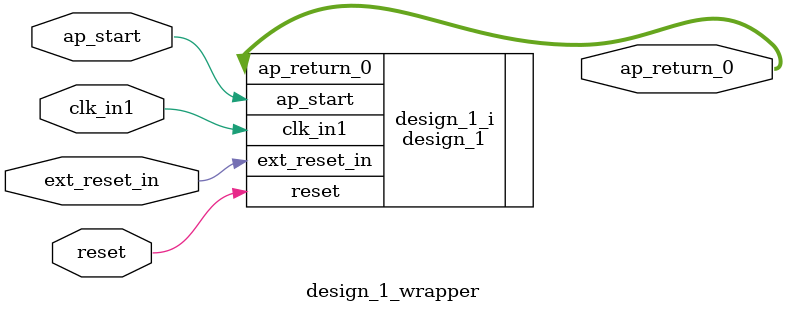
<source format=v>
`timescale 1 ps / 1 ps

module design_1_wrapper
   (ap_return_0,
    ap_start,
    clk_in1,
    ext_reset_in,
    reset);
  output [31:0]ap_return_0;
  input ap_start;
  input clk_in1;
  input ext_reset_in;
  input reset;

  wire [31:0]ap_return_0;
  wire ap_start;
  wire clk_in1;
  wire ext_reset_in;
  wire reset;

  design_1 design_1_i
       (.ap_return_0(ap_return_0),
        .ap_start(ap_start),
        .clk_in1(clk_in1),
        .ext_reset_in(ext_reset_in),
        .reset(reset));
endmodule

</source>
